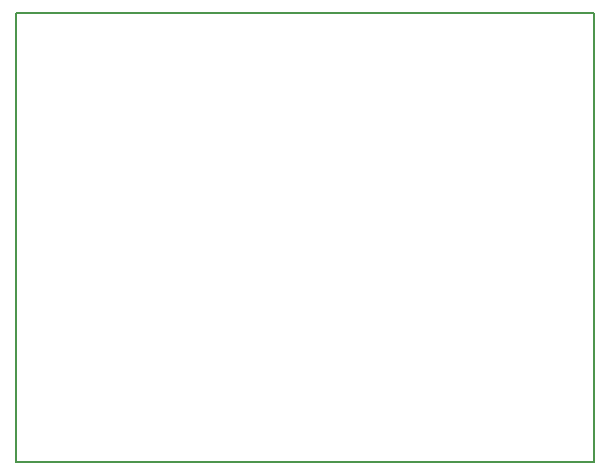
<source format=gko>
G04 PROTEUS RS274X GERBER FILE*
%FSLAX24Y24*%
%MOIN*%
%ADD30C,0.0080*%
G54D30*
X-9606Y-7505D02*
X+9685Y-7505D01*
X+9685Y+7454D01*
X-9606Y+7454D01*
X-9606Y-7505D01*
M00*

</source>
